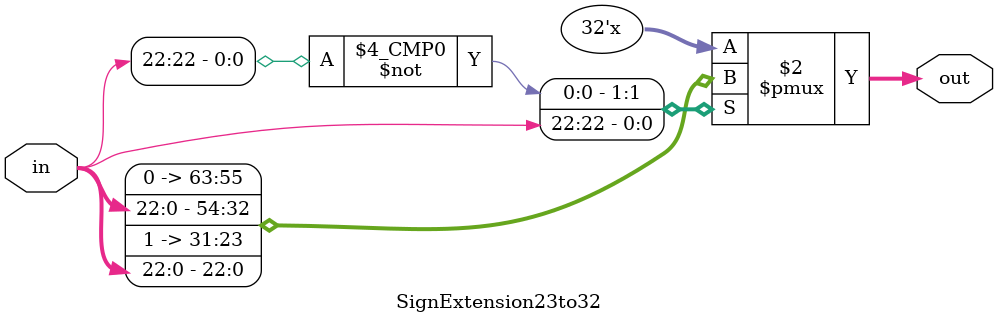
<source format=v>


`timescale 1ns / 1ps

// This module takes as input a 23-bit binary string and gives
// as output the "sign extended" 32-bit binary string.

module SignExtension23to32 ( in , out ) ;
    input wire [22:0] in ;
    output reg signed [31:0] out ;
    always @ ( * ) begin
        case ( in[22] )
            1'b0 : out = {9'b0, in} ;   // pad 9 0's if the leading bit is 0 (no. is pos)
            1'b1 : out = {9'b111111111, in} ;   // pad 9 1's if the leading bit is 1 (no. is neg)
            default : out = {9'b0, in} ;   // to avoid latches
        endcase
    end
endmodule
</source>
